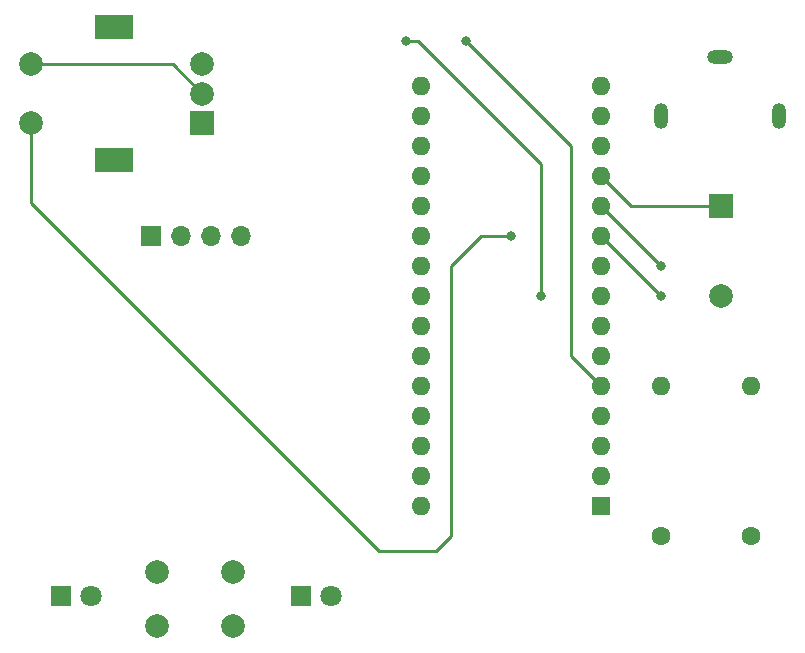
<source format=gbr>
%TF.GenerationSoftware,KiCad,Pcbnew,7.0.9*%
%TF.CreationDate,2025-04-10T13:05:33+02:00*%
%TF.ProjectId,CW,43572e6b-6963-4616-945f-706362585858,rev?*%
%TF.SameCoordinates,Original*%
%TF.FileFunction,Copper,L2,Bot*%
%TF.FilePolarity,Positive*%
%FSLAX46Y46*%
G04 Gerber Fmt 4.6, Leading zero omitted, Abs format (unit mm)*
G04 Created by KiCad (PCBNEW 7.0.9) date 2025-04-10 13:05:33*
%MOMM*%
%LPD*%
G01*
G04 APERTURE LIST*
%TA.AperFunction,ComponentPad*%
%ADD10C,2.000000*%
%TD*%
%TA.AperFunction,ComponentPad*%
%ADD11R,2.000000X2.000000*%
%TD*%
%TA.AperFunction,ComponentPad*%
%ADD12R,1.600000X1.600000*%
%TD*%
%TA.AperFunction,ComponentPad*%
%ADD13O,1.600000X1.600000*%
%TD*%
%TA.AperFunction,ComponentPad*%
%ADD14C,1.600000*%
%TD*%
%TA.AperFunction,ComponentPad*%
%ADD15O,1.200000X2.200000*%
%TD*%
%TA.AperFunction,ComponentPad*%
%ADD16O,2.200000X1.200000*%
%TD*%
%TA.AperFunction,ComponentPad*%
%ADD17R,1.800000X1.800000*%
%TD*%
%TA.AperFunction,ComponentPad*%
%ADD18C,1.800000*%
%TD*%
%TA.AperFunction,ComponentPad*%
%ADD19R,1.700000X1.700000*%
%TD*%
%TA.AperFunction,ComponentPad*%
%ADD20O,1.700000X1.700000*%
%TD*%
%TA.AperFunction,ComponentPad*%
%ADD21R,3.200000X2.000000*%
%TD*%
%TA.AperFunction,ViaPad*%
%ADD22C,0.800000*%
%TD*%
%TA.AperFunction,Conductor*%
%ADD23C,0.250000*%
%TD*%
G04 APERTURE END LIST*
D10*
%TO.P,SW1,1,1*%
%TO.N,Net-(A1-D10)*%
X124691000Y-118690000D03*
X131191000Y-118690000D03*
%TO.P,SW1,2,2*%
%TO.N,Net-(BZ1-+)*%
X124691000Y-123190000D03*
X131191000Y-123190000D03*
%TD*%
D11*
%TO.P,BZ1,1,-*%
%TO.N,Net-(A1-D9)*%
X172466000Y-87650000D03*
D10*
%TO.P,BZ1,2,+*%
%TO.N,Net-(BZ1-+)*%
X172466000Y-95250000D03*
%TD*%
D12*
%TO.P,A1,1,TX1*%
%TO.N,unconnected-(A1-TX1-Pad1)*%
X162306000Y-113030000D03*
D13*
%TO.P,A1,2,RX1*%
%TO.N,unconnected-(A1-RX1-Pad2)*%
X162306000Y-110490000D03*
%TO.P,A1,3,~{RESET}*%
%TO.N,unconnected-(A1-~{RESET}-Pad3)*%
X162306000Y-107950000D03*
%TO.P,A1,4,GND*%
%TO.N,Net-(BZ1-+)*%
X162306000Y-105410000D03*
%TO.P,A1,5,D2*%
%TO.N,Net-(A1-D2)*%
X162306000Y-102870000D03*
%TO.P,A1,6,D3*%
%TO.N,Net-(A1-D3)*%
X162306000Y-100330000D03*
%TO.P,A1,7,D4*%
%TO.N,Net-(A1-D4)*%
X162306000Y-97790000D03*
%TO.P,A1,8,D5*%
%TO.N,Net-(A1-D5)*%
X162306000Y-95250000D03*
%TO.P,A1,9,D6*%
%TO.N,Net-(A1-D6)*%
X162306000Y-92710000D03*
%TO.P,A1,10,D7*%
%TO.N,Net-(A1-D7)*%
X162306000Y-90170000D03*
%TO.P,A1,11,D8*%
%TO.N,Net-(A1-D8)*%
X162306000Y-87630000D03*
%TO.P,A1,12,D9*%
%TO.N,Net-(A1-D9)*%
X162306000Y-85090000D03*
%TO.P,A1,13,D10*%
%TO.N,Net-(A1-D10)*%
X162306000Y-82550000D03*
%TO.P,A1,14,MOSI*%
%TO.N,unconnected-(A1-MOSI-Pad14)*%
X162306000Y-80010000D03*
%TO.P,A1,15,MISO*%
%TO.N,unconnected-(A1-MISO-Pad15)*%
X162306000Y-77470000D03*
%TO.P,A1,16,SCK*%
%TO.N,unconnected-(A1-SCK-Pad16)*%
X147066000Y-77470000D03*
%TO.P,A1,17,3V3*%
%TO.N,unconnected-(A1-3V3-Pad17)*%
X147066000Y-80010000D03*
%TO.P,A1,18,AREF*%
%TO.N,unconnected-(A1-AREF-Pad18)*%
X147066000Y-82550000D03*
%TO.P,A1,19,A0*%
%TO.N,unconnected-(A1-A0-Pad19)*%
X147066000Y-85090000D03*
%TO.P,A1,20,A1*%
%TO.N,unconnected-(A1-A1-Pad20)*%
X147066000Y-87630000D03*
%TO.P,A1,21,A2*%
%TO.N,unconnected-(A1-A2-Pad21)*%
X147066000Y-90170000D03*
%TO.P,A1,22,A3*%
%TO.N,unconnected-(A1-A3-Pad22)*%
X147066000Y-92710000D03*
%TO.P,A1,23,SDA/A4*%
%TO.N,Net-(A1-SDA{slash}A4)*%
X147066000Y-95250000D03*
%TO.P,A1,24,SCL/A5*%
%TO.N,Net-(A1-SCL{slash}A5)*%
X147066000Y-97790000D03*
%TO.P,A1,25,A6*%
%TO.N,unconnected-(A1-A6-Pad25)*%
X147066000Y-100330000D03*
%TO.P,A1,26,A7*%
%TO.N,unconnected-(A1-A7-Pad26)*%
X147066000Y-102870000D03*
%TO.P,A1,27,+5V*%
%TO.N,Net-(A1-+5V)*%
X147066000Y-105410000D03*
%TO.P,A1,28,~{RESET}*%
%TO.N,unconnected-(A1-~{RESET}-Pad28)*%
X147066000Y-107950000D03*
%TO.P,A1,29,GND*%
%TO.N,Net-(BZ1-+)*%
X147066000Y-110490000D03*
%TO.P,A1,30,VIN*%
%TO.N,unconnected-(A1-VIN-Pad30)*%
X147066000Y-113030000D03*
%TD*%
D14*
%TO.P,R2,1*%
%TO.N,Net-(D1-A)*%
X175006000Y-115570000D03*
D13*
%TO.P,R2,2*%
%TO.N,Net-(A1-D8)*%
X175006000Y-102870000D03*
%TD*%
D15*
%TO.P,J2,R*%
%TO.N,Net-(A1-D6)*%
X177386000Y-80010000D03*
D16*
%TO.P,J2,S*%
%TO.N,Net-(BZ1-+)*%
X172386000Y-75010000D03*
D15*
%TO.P,J2,T*%
%TO.N,Net-(A1-D5)*%
X167386000Y-80010000D03*
%TD*%
D14*
%TO.P,R1,1*%
%TO.N,Net-(D2-A)*%
X167386000Y-115570000D03*
D13*
%TO.P,R1,2*%
%TO.N,Net-(A1-D7)*%
X167386000Y-102870000D03*
%TD*%
D17*
%TO.P,D1,1,K*%
%TO.N,Net-(BZ1-+)*%
X116586000Y-120650000D03*
D18*
%TO.P,D1,2,A*%
%TO.N,Net-(D1-A)*%
X119126000Y-120650000D03*
%TD*%
D19*
%TO.P,J1,1*%
%TO.N,N/C*%
X124206000Y-90170000D03*
D20*
%TO.P,J1,2*%
X126746000Y-90170000D03*
%TO.P,J1,3*%
X129286000Y-90170000D03*
%TO.P,J1,4*%
X131826000Y-90170000D03*
%TD*%
D11*
%TO.P,J3,A*%
%TO.N,Net-(A1-D3)*%
X128546000Y-80645000D03*
D10*
%TO.P,J3,B*%
%TO.N,Net-(A1-D2)*%
X128546000Y-75645000D03*
%TO.P,J3,C*%
%TO.N,Net-(BZ1-+)*%
X128546000Y-78145000D03*
D21*
%TO.P,J3,MP*%
%TO.N,N/C*%
X121046000Y-83745000D03*
X121046000Y-72545000D03*
D10*
%TO.P,J3,S1*%
%TO.N,Net-(BZ1-+)*%
X114046000Y-75645000D03*
%TO.P,J3,S2*%
%TO.N,Net-(A1-D4)*%
X114046000Y-80645000D03*
%TD*%
D17*
%TO.P,D2,1,K*%
%TO.N,Net-(BZ1-+)*%
X136906000Y-120650000D03*
D18*
%TO.P,D2,2,A*%
%TO.N,Net-(D2-A)*%
X139446000Y-120650000D03*
%TD*%
D22*
%TO.N,Net-(A1-D2)*%
X150876000Y-73660000D03*
%TO.N,Net-(A1-D3)*%
X145796000Y-73660000D03*
X157226000Y-95250000D03*
%TO.N,Net-(A1-D4)*%
X154686000Y-90170000D03*
%TO.N,Net-(A1-D7)*%
X167386000Y-95250000D03*
%TO.N,Net-(A1-D8)*%
X167386000Y-92710000D03*
%TD*%
D23*
%TO.N,Net-(BZ1-+)*%
X126046000Y-75645000D02*
X114046000Y-75645000D01*
X128546000Y-78145000D02*
X126046000Y-75645000D01*
%TO.N,Net-(A1-D2)*%
X152146000Y-74930000D02*
X159766000Y-82550000D01*
X152146000Y-74930000D02*
X150876000Y-73660000D01*
X159766000Y-100330000D02*
X162306000Y-102870000D01*
X159766000Y-82550000D02*
X159766000Y-100330000D01*
X128546000Y-75010000D02*
X128626000Y-74930000D01*
%TO.N,Net-(A1-D3)*%
X157226000Y-84074000D02*
X146812000Y-73660000D01*
X146812000Y-73660000D02*
X145796000Y-73660000D01*
X157226000Y-95250000D02*
X157226000Y-84074000D01*
%TO.N,Net-(A1-D4)*%
X149606000Y-92710000D02*
X152146000Y-90170000D01*
X114046000Y-87376000D02*
X143510000Y-116840000D01*
X148336000Y-116840000D02*
X149606000Y-115570000D01*
X149606000Y-115570000D02*
X149606000Y-92710000D01*
X114046000Y-80645000D02*
X114046000Y-87376000D01*
X143510000Y-116840000D02*
X148336000Y-116840000D01*
X152146000Y-90170000D02*
X154686000Y-90170000D01*
%TO.N,Net-(A1-D7)*%
X162306000Y-90170000D02*
X164846000Y-92710000D01*
X164846000Y-92710000D02*
X167386000Y-95250000D01*
%TO.N,Net-(A1-D8)*%
X162306000Y-87630000D02*
X167386000Y-92710000D01*
%TO.N,Net-(A1-D9)*%
X164866000Y-87650000D02*
X162306000Y-85090000D01*
X172466000Y-87650000D02*
X164866000Y-87650000D01*
%TD*%
M02*

</source>
